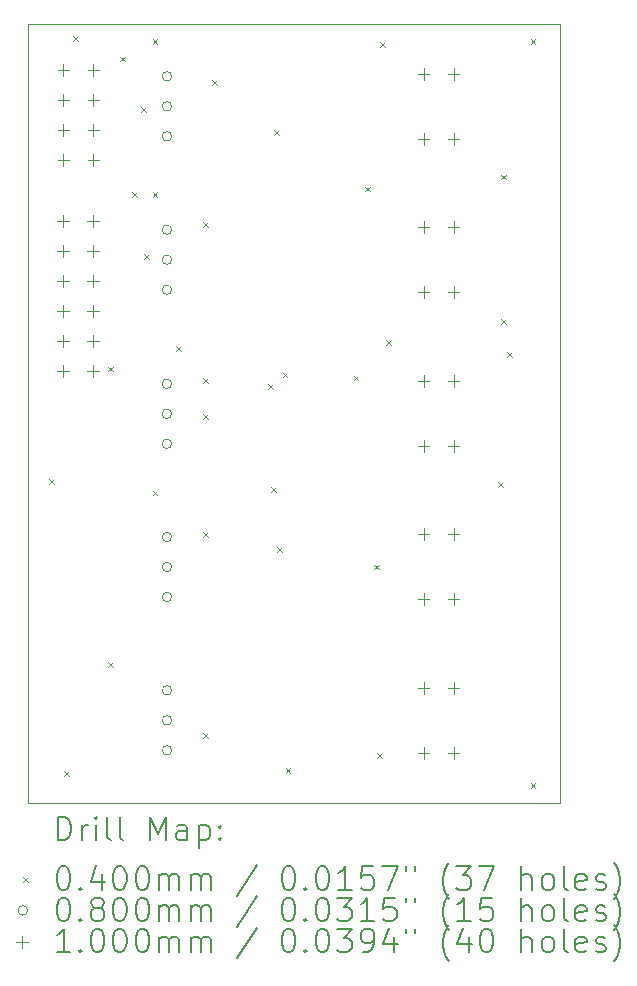
<source format=gbr>
%TF.GenerationSoftware,KiCad,Pcbnew,(6.0.8)*%
%TF.CreationDate,2023-09-02T11:51:02+03:00*%
%TF.ProjectId,line_sensor_encoder,6c696e65-5f73-4656-9e73-6f725f656e63,rev?*%
%TF.SameCoordinates,Original*%
%TF.FileFunction,Drillmap*%
%TF.FilePolarity,Positive*%
%FSLAX45Y45*%
G04 Gerber Fmt 4.5, Leading zero omitted, Abs format (unit mm)*
G04 Created by KiCad (PCBNEW (6.0.8)) date 2023-09-02 11:51:02*
%MOMM*%
%LPD*%
G01*
G04 APERTURE LIST*
%ADD10C,0.100000*%
%ADD11C,0.200000*%
%ADD12C,0.040000*%
%ADD13C,0.080000*%
G04 APERTURE END LIST*
D10*
X12600000Y-6325000D02*
X17100000Y-6325000D01*
X17100000Y-6325000D02*
X17100000Y-12925000D01*
X17100000Y-12925000D02*
X12600000Y-12925000D01*
X12600000Y-12925000D02*
X12600000Y-6325000D01*
D11*
D12*
X12780000Y-10180000D02*
X12820000Y-10220000D01*
X12820000Y-10180000D02*
X12780000Y-10220000D01*
X12905000Y-12655000D02*
X12945000Y-12695000D01*
X12945000Y-12655000D02*
X12905000Y-12695000D01*
X12980000Y-6430000D02*
X13020000Y-6470000D01*
X13020000Y-6430000D02*
X12980000Y-6470000D01*
X13280000Y-9230000D02*
X13320000Y-9270000D01*
X13320000Y-9230000D02*
X13280000Y-9270000D01*
X13280000Y-11730000D02*
X13320000Y-11770000D01*
X13320000Y-11730000D02*
X13280000Y-11770000D01*
X13380000Y-6605000D02*
X13420000Y-6645000D01*
X13420000Y-6605000D02*
X13380000Y-6645000D01*
X13480000Y-7755000D02*
X13520000Y-7795000D01*
X13520000Y-7755000D02*
X13480000Y-7795000D01*
X13555000Y-7030000D02*
X13595000Y-7070000D01*
X13595000Y-7030000D02*
X13555000Y-7070000D01*
X13580000Y-8280000D02*
X13620000Y-8320000D01*
X13620000Y-8280000D02*
X13580000Y-8320000D01*
X13655000Y-6455000D02*
X13695000Y-6495000D01*
X13695000Y-6455000D02*
X13655000Y-6495000D01*
X13655000Y-7755000D02*
X13695000Y-7795000D01*
X13695000Y-7755000D02*
X13655000Y-7795000D01*
X13655000Y-10280000D02*
X13695000Y-10320000D01*
X13695000Y-10280000D02*
X13655000Y-10320000D01*
X13855000Y-9055000D02*
X13895000Y-9095000D01*
X13895000Y-9055000D02*
X13855000Y-9095000D01*
X14080000Y-8005000D02*
X14120000Y-8045000D01*
X14120000Y-8005000D02*
X14080000Y-8045000D01*
X14080000Y-9330000D02*
X14120000Y-9370000D01*
X14120000Y-9330000D02*
X14080000Y-9370000D01*
X14080000Y-9630000D02*
X14120000Y-9670000D01*
X14120000Y-9630000D02*
X14080000Y-9670000D01*
X14080000Y-10630000D02*
X14120000Y-10670000D01*
X14120000Y-10630000D02*
X14080000Y-10670000D01*
X14080000Y-12330000D02*
X14120000Y-12370000D01*
X14120000Y-12330000D02*
X14080000Y-12370000D01*
X14155000Y-6805000D02*
X14195000Y-6845000D01*
X14195000Y-6805000D02*
X14155000Y-6845000D01*
X14630000Y-9380000D02*
X14670000Y-9420000D01*
X14670000Y-9380000D02*
X14630000Y-9420000D01*
X14655000Y-10252450D02*
X14695000Y-10292450D01*
X14695000Y-10252450D02*
X14655000Y-10292450D01*
X14680000Y-7230000D02*
X14720000Y-7270000D01*
X14720000Y-7230000D02*
X14680000Y-7270000D01*
X14705000Y-10755000D02*
X14745000Y-10795000D01*
X14745000Y-10755000D02*
X14705000Y-10795000D01*
X14755000Y-9280000D02*
X14795000Y-9320000D01*
X14795000Y-9280000D02*
X14755000Y-9320000D01*
X14780000Y-12630000D02*
X14820000Y-12670000D01*
X14820000Y-12630000D02*
X14780000Y-12670000D01*
X15355000Y-9305000D02*
X15395000Y-9345000D01*
X15395000Y-9305000D02*
X15355000Y-9345000D01*
X15455000Y-7705000D02*
X15495000Y-7745000D01*
X15495000Y-7705000D02*
X15455000Y-7745000D01*
X15530000Y-10905000D02*
X15570000Y-10945000D01*
X15570000Y-10905000D02*
X15530000Y-10945000D01*
X15555000Y-12505000D02*
X15595000Y-12545000D01*
X15595000Y-12505000D02*
X15555000Y-12545000D01*
X15580000Y-6480000D02*
X15620000Y-6520000D01*
X15620000Y-6480000D02*
X15580000Y-6520000D01*
X15630000Y-9005000D02*
X15670000Y-9045000D01*
X15670000Y-9005000D02*
X15630000Y-9045000D01*
X16580000Y-10205000D02*
X16620000Y-10245000D01*
X16620000Y-10205000D02*
X16580000Y-10245000D01*
X16605000Y-7605000D02*
X16645000Y-7645000D01*
X16645000Y-7605000D02*
X16605000Y-7645000D01*
X16605000Y-8830000D02*
X16645000Y-8870000D01*
X16645000Y-8830000D02*
X16605000Y-8870000D01*
X16655000Y-9105000D02*
X16695000Y-9145000D01*
X16695000Y-9105000D02*
X16655000Y-9145000D01*
X16855000Y-6455000D02*
X16895000Y-6495000D01*
X16895000Y-6455000D02*
X16855000Y-6495000D01*
X16855000Y-12755000D02*
X16895000Y-12795000D01*
X16895000Y-12755000D02*
X16855000Y-12795000D01*
D13*
X13815000Y-6771000D02*
G75*
G03*
X13815000Y-6771000I-40000J0D01*
G01*
X13815000Y-7025000D02*
G75*
G03*
X13815000Y-7025000I-40000J0D01*
G01*
X13815000Y-7279000D02*
G75*
G03*
X13815000Y-7279000I-40000J0D01*
G01*
X13815000Y-8071000D02*
G75*
G03*
X13815000Y-8071000I-40000J0D01*
G01*
X13815000Y-8325000D02*
G75*
G03*
X13815000Y-8325000I-40000J0D01*
G01*
X13815000Y-8579000D02*
G75*
G03*
X13815000Y-8579000I-40000J0D01*
G01*
X13815000Y-9375000D02*
G75*
G03*
X13815000Y-9375000I-40000J0D01*
G01*
X13815000Y-9629000D02*
G75*
G03*
X13815000Y-9629000I-40000J0D01*
G01*
X13815000Y-9883000D02*
G75*
G03*
X13815000Y-9883000I-40000J0D01*
G01*
X13815000Y-10671000D02*
G75*
G03*
X13815000Y-10671000I-40000J0D01*
G01*
X13815000Y-10925000D02*
G75*
G03*
X13815000Y-10925000I-40000J0D01*
G01*
X13815000Y-11179000D02*
G75*
G03*
X13815000Y-11179000I-40000J0D01*
G01*
X13815000Y-11971000D02*
G75*
G03*
X13815000Y-11971000I-40000J0D01*
G01*
X13815000Y-12225000D02*
G75*
G03*
X13815000Y-12225000I-40000J0D01*
G01*
X13815000Y-12479000D02*
G75*
G03*
X13815000Y-12479000I-40000J0D01*
G01*
D10*
X12896000Y-7950000D02*
X12896000Y-8050000D01*
X12846000Y-8000000D02*
X12946000Y-8000000D01*
X12896000Y-8204000D02*
X12896000Y-8304000D01*
X12846000Y-8254000D02*
X12946000Y-8254000D01*
X12896000Y-8458000D02*
X12896000Y-8558000D01*
X12846000Y-8508000D02*
X12946000Y-8508000D01*
X12896000Y-8712000D02*
X12896000Y-8812000D01*
X12846000Y-8762000D02*
X12946000Y-8762000D01*
X12896000Y-8966000D02*
X12896000Y-9066000D01*
X12846000Y-9016000D02*
X12946000Y-9016000D01*
X12896000Y-9220000D02*
X12896000Y-9320000D01*
X12846000Y-9270000D02*
X12946000Y-9270000D01*
X12898500Y-6670000D02*
X12898500Y-6770000D01*
X12848500Y-6720000D02*
X12948500Y-6720000D01*
X12898500Y-6924000D02*
X12898500Y-7024000D01*
X12848500Y-6974000D02*
X12948500Y-6974000D01*
X12898500Y-7178000D02*
X12898500Y-7278000D01*
X12848500Y-7228000D02*
X12948500Y-7228000D01*
X12898500Y-7432000D02*
X12898500Y-7532000D01*
X12848500Y-7482000D02*
X12948500Y-7482000D01*
X13150000Y-7950000D02*
X13150000Y-8050000D01*
X13100000Y-8000000D02*
X13200000Y-8000000D01*
X13150000Y-8204000D02*
X13150000Y-8304000D01*
X13100000Y-8254000D02*
X13200000Y-8254000D01*
X13150000Y-8458000D02*
X13150000Y-8558000D01*
X13100000Y-8508000D02*
X13200000Y-8508000D01*
X13150000Y-8712000D02*
X13150000Y-8812000D01*
X13100000Y-8762000D02*
X13200000Y-8762000D01*
X13150000Y-8966000D02*
X13150000Y-9066000D01*
X13100000Y-9016000D02*
X13200000Y-9016000D01*
X13150000Y-9220000D02*
X13150000Y-9320000D01*
X13100000Y-9270000D02*
X13200000Y-9270000D01*
X13152500Y-6670000D02*
X13152500Y-6770000D01*
X13102500Y-6720000D02*
X13202500Y-6720000D01*
X13152500Y-6924000D02*
X13152500Y-7024000D01*
X13102500Y-6974000D02*
X13202500Y-6974000D01*
X13152500Y-7178000D02*
X13152500Y-7278000D01*
X13102500Y-7228000D02*
X13202500Y-7228000D01*
X13152500Y-7432000D02*
X13152500Y-7532000D01*
X13102500Y-7482000D02*
X13202500Y-7482000D01*
X15948000Y-6700000D02*
X15948000Y-6800000D01*
X15898000Y-6750000D02*
X15998000Y-6750000D01*
X15948000Y-7250000D02*
X15948000Y-7350000D01*
X15898000Y-7300000D02*
X15998000Y-7300000D01*
X15948000Y-8000000D02*
X15948000Y-8100000D01*
X15898000Y-8050000D02*
X15998000Y-8050000D01*
X15948000Y-8550000D02*
X15948000Y-8650000D01*
X15898000Y-8600000D02*
X15998000Y-8600000D01*
X15948000Y-9300000D02*
X15948000Y-9400000D01*
X15898000Y-9350000D02*
X15998000Y-9350000D01*
X15948000Y-9850000D02*
X15948000Y-9950000D01*
X15898000Y-9900000D02*
X15998000Y-9900000D01*
X15948000Y-10600000D02*
X15948000Y-10700000D01*
X15898000Y-10650000D02*
X15998000Y-10650000D01*
X15948000Y-11150000D02*
X15948000Y-11250000D01*
X15898000Y-11200000D02*
X15998000Y-11200000D01*
X15948000Y-11900000D02*
X15948000Y-12000000D01*
X15898000Y-11950000D02*
X15998000Y-11950000D01*
X15948000Y-12450000D02*
X15948000Y-12550000D01*
X15898000Y-12500000D02*
X15998000Y-12500000D01*
X16202000Y-6700000D02*
X16202000Y-6800000D01*
X16152000Y-6750000D02*
X16252000Y-6750000D01*
X16202000Y-7250000D02*
X16202000Y-7350000D01*
X16152000Y-7300000D02*
X16252000Y-7300000D01*
X16202000Y-8000000D02*
X16202000Y-8100000D01*
X16152000Y-8050000D02*
X16252000Y-8050000D01*
X16202000Y-8550000D02*
X16202000Y-8650000D01*
X16152000Y-8600000D02*
X16252000Y-8600000D01*
X16202000Y-9300000D02*
X16202000Y-9400000D01*
X16152000Y-9350000D02*
X16252000Y-9350000D01*
X16202000Y-9850000D02*
X16202000Y-9950000D01*
X16152000Y-9900000D02*
X16252000Y-9900000D01*
X16202000Y-10600000D02*
X16202000Y-10700000D01*
X16152000Y-10650000D02*
X16252000Y-10650000D01*
X16202000Y-11150000D02*
X16202000Y-11250000D01*
X16152000Y-11200000D02*
X16252000Y-11200000D01*
X16202000Y-11900000D02*
X16202000Y-12000000D01*
X16152000Y-11950000D02*
X16252000Y-11950000D01*
X16202000Y-12450000D02*
X16202000Y-12550000D01*
X16152000Y-12500000D02*
X16252000Y-12500000D01*
D11*
X12852619Y-13240476D02*
X12852619Y-13040476D01*
X12900238Y-13040476D01*
X12928809Y-13050000D01*
X12947857Y-13069048D01*
X12957381Y-13088095D01*
X12966905Y-13126190D01*
X12966905Y-13154762D01*
X12957381Y-13192857D01*
X12947857Y-13211905D01*
X12928809Y-13230952D01*
X12900238Y-13240476D01*
X12852619Y-13240476D01*
X13052619Y-13240476D02*
X13052619Y-13107143D01*
X13052619Y-13145238D02*
X13062143Y-13126190D01*
X13071667Y-13116667D01*
X13090714Y-13107143D01*
X13109762Y-13107143D01*
X13176428Y-13240476D02*
X13176428Y-13107143D01*
X13176428Y-13040476D02*
X13166905Y-13050000D01*
X13176428Y-13059524D01*
X13185952Y-13050000D01*
X13176428Y-13040476D01*
X13176428Y-13059524D01*
X13300238Y-13240476D02*
X13281190Y-13230952D01*
X13271667Y-13211905D01*
X13271667Y-13040476D01*
X13405000Y-13240476D02*
X13385952Y-13230952D01*
X13376428Y-13211905D01*
X13376428Y-13040476D01*
X13633571Y-13240476D02*
X13633571Y-13040476D01*
X13700238Y-13183333D01*
X13766905Y-13040476D01*
X13766905Y-13240476D01*
X13947857Y-13240476D02*
X13947857Y-13135714D01*
X13938333Y-13116667D01*
X13919286Y-13107143D01*
X13881190Y-13107143D01*
X13862143Y-13116667D01*
X13947857Y-13230952D02*
X13928809Y-13240476D01*
X13881190Y-13240476D01*
X13862143Y-13230952D01*
X13852619Y-13211905D01*
X13852619Y-13192857D01*
X13862143Y-13173809D01*
X13881190Y-13164286D01*
X13928809Y-13164286D01*
X13947857Y-13154762D01*
X14043095Y-13107143D02*
X14043095Y-13307143D01*
X14043095Y-13116667D02*
X14062143Y-13107143D01*
X14100238Y-13107143D01*
X14119286Y-13116667D01*
X14128809Y-13126190D01*
X14138333Y-13145238D01*
X14138333Y-13202381D01*
X14128809Y-13221428D01*
X14119286Y-13230952D01*
X14100238Y-13240476D01*
X14062143Y-13240476D01*
X14043095Y-13230952D01*
X14224048Y-13221428D02*
X14233571Y-13230952D01*
X14224048Y-13240476D01*
X14214524Y-13230952D01*
X14224048Y-13221428D01*
X14224048Y-13240476D01*
X14224048Y-13116667D02*
X14233571Y-13126190D01*
X14224048Y-13135714D01*
X14214524Y-13126190D01*
X14224048Y-13116667D01*
X14224048Y-13135714D01*
D12*
X12555000Y-13550000D02*
X12595000Y-13590000D01*
X12595000Y-13550000D02*
X12555000Y-13590000D01*
D11*
X12890714Y-13460476D02*
X12909762Y-13460476D01*
X12928809Y-13470000D01*
X12938333Y-13479524D01*
X12947857Y-13498571D01*
X12957381Y-13536667D01*
X12957381Y-13584286D01*
X12947857Y-13622381D01*
X12938333Y-13641428D01*
X12928809Y-13650952D01*
X12909762Y-13660476D01*
X12890714Y-13660476D01*
X12871667Y-13650952D01*
X12862143Y-13641428D01*
X12852619Y-13622381D01*
X12843095Y-13584286D01*
X12843095Y-13536667D01*
X12852619Y-13498571D01*
X12862143Y-13479524D01*
X12871667Y-13470000D01*
X12890714Y-13460476D01*
X13043095Y-13641428D02*
X13052619Y-13650952D01*
X13043095Y-13660476D01*
X13033571Y-13650952D01*
X13043095Y-13641428D01*
X13043095Y-13660476D01*
X13224048Y-13527143D02*
X13224048Y-13660476D01*
X13176428Y-13450952D02*
X13128809Y-13593809D01*
X13252619Y-13593809D01*
X13366905Y-13460476D02*
X13385952Y-13460476D01*
X13405000Y-13470000D01*
X13414524Y-13479524D01*
X13424048Y-13498571D01*
X13433571Y-13536667D01*
X13433571Y-13584286D01*
X13424048Y-13622381D01*
X13414524Y-13641428D01*
X13405000Y-13650952D01*
X13385952Y-13660476D01*
X13366905Y-13660476D01*
X13347857Y-13650952D01*
X13338333Y-13641428D01*
X13328809Y-13622381D01*
X13319286Y-13584286D01*
X13319286Y-13536667D01*
X13328809Y-13498571D01*
X13338333Y-13479524D01*
X13347857Y-13470000D01*
X13366905Y-13460476D01*
X13557381Y-13460476D02*
X13576428Y-13460476D01*
X13595476Y-13470000D01*
X13605000Y-13479524D01*
X13614524Y-13498571D01*
X13624048Y-13536667D01*
X13624048Y-13584286D01*
X13614524Y-13622381D01*
X13605000Y-13641428D01*
X13595476Y-13650952D01*
X13576428Y-13660476D01*
X13557381Y-13660476D01*
X13538333Y-13650952D01*
X13528809Y-13641428D01*
X13519286Y-13622381D01*
X13509762Y-13584286D01*
X13509762Y-13536667D01*
X13519286Y-13498571D01*
X13528809Y-13479524D01*
X13538333Y-13470000D01*
X13557381Y-13460476D01*
X13709762Y-13660476D02*
X13709762Y-13527143D01*
X13709762Y-13546190D02*
X13719286Y-13536667D01*
X13738333Y-13527143D01*
X13766905Y-13527143D01*
X13785952Y-13536667D01*
X13795476Y-13555714D01*
X13795476Y-13660476D01*
X13795476Y-13555714D02*
X13805000Y-13536667D01*
X13824048Y-13527143D01*
X13852619Y-13527143D01*
X13871667Y-13536667D01*
X13881190Y-13555714D01*
X13881190Y-13660476D01*
X13976428Y-13660476D02*
X13976428Y-13527143D01*
X13976428Y-13546190D02*
X13985952Y-13536667D01*
X14005000Y-13527143D01*
X14033571Y-13527143D01*
X14052619Y-13536667D01*
X14062143Y-13555714D01*
X14062143Y-13660476D01*
X14062143Y-13555714D02*
X14071667Y-13536667D01*
X14090714Y-13527143D01*
X14119286Y-13527143D01*
X14138333Y-13536667D01*
X14147857Y-13555714D01*
X14147857Y-13660476D01*
X14538333Y-13450952D02*
X14366905Y-13708095D01*
X14795476Y-13460476D02*
X14814524Y-13460476D01*
X14833571Y-13470000D01*
X14843095Y-13479524D01*
X14852619Y-13498571D01*
X14862143Y-13536667D01*
X14862143Y-13584286D01*
X14852619Y-13622381D01*
X14843095Y-13641428D01*
X14833571Y-13650952D01*
X14814524Y-13660476D01*
X14795476Y-13660476D01*
X14776428Y-13650952D01*
X14766905Y-13641428D01*
X14757381Y-13622381D01*
X14747857Y-13584286D01*
X14747857Y-13536667D01*
X14757381Y-13498571D01*
X14766905Y-13479524D01*
X14776428Y-13470000D01*
X14795476Y-13460476D01*
X14947857Y-13641428D02*
X14957381Y-13650952D01*
X14947857Y-13660476D01*
X14938333Y-13650952D01*
X14947857Y-13641428D01*
X14947857Y-13660476D01*
X15081190Y-13460476D02*
X15100238Y-13460476D01*
X15119286Y-13470000D01*
X15128809Y-13479524D01*
X15138333Y-13498571D01*
X15147857Y-13536667D01*
X15147857Y-13584286D01*
X15138333Y-13622381D01*
X15128809Y-13641428D01*
X15119286Y-13650952D01*
X15100238Y-13660476D01*
X15081190Y-13660476D01*
X15062143Y-13650952D01*
X15052619Y-13641428D01*
X15043095Y-13622381D01*
X15033571Y-13584286D01*
X15033571Y-13536667D01*
X15043095Y-13498571D01*
X15052619Y-13479524D01*
X15062143Y-13470000D01*
X15081190Y-13460476D01*
X15338333Y-13660476D02*
X15224048Y-13660476D01*
X15281190Y-13660476D02*
X15281190Y-13460476D01*
X15262143Y-13489048D01*
X15243095Y-13508095D01*
X15224048Y-13517619D01*
X15519286Y-13460476D02*
X15424048Y-13460476D01*
X15414524Y-13555714D01*
X15424048Y-13546190D01*
X15443095Y-13536667D01*
X15490714Y-13536667D01*
X15509762Y-13546190D01*
X15519286Y-13555714D01*
X15528809Y-13574762D01*
X15528809Y-13622381D01*
X15519286Y-13641428D01*
X15509762Y-13650952D01*
X15490714Y-13660476D01*
X15443095Y-13660476D01*
X15424048Y-13650952D01*
X15414524Y-13641428D01*
X15595476Y-13460476D02*
X15728809Y-13460476D01*
X15643095Y-13660476D01*
X15795476Y-13460476D02*
X15795476Y-13498571D01*
X15871667Y-13460476D02*
X15871667Y-13498571D01*
X16166905Y-13736667D02*
X16157381Y-13727143D01*
X16138333Y-13698571D01*
X16128809Y-13679524D01*
X16119286Y-13650952D01*
X16109762Y-13603333D01*
X16109762Y-13565238D01*
X16119286Y-13517619D01*
X16128809Y-13489048D01*
X16138333Y-13470000D01*
X16157381Y-13441428D01*
X16166905Y-13431905D01*
X16224048Y-13460476D02*
X16347857Y-13460476D01*
X16281190Y-13536667D01*
X16309762Y-13536667D01*
X16328809Y-13546190D01*
X16338333Y-13555714D01*
X16347857Y-13574762D01*
X16347857Y-13622381D01*
X16338333Y-13641428D01*
X16328809Y-13650952D01*
X16309762Y-13660476D01*
X16252619Y-13660476D01*
X16233571Y-13650952D01*
X16224048Y-13641428D01*
X16414524Y-13460476D02*
X16547857Y-13460476D01*
X16462143Y-13660476D01*
X16776428Y-13660476D02*
X16776428Y-13460476D01*
X16862143Y-13660476D02*
X16862143Y-13555714D01*
X16852619Y-13536667D01*
X16833571Y-13527143D01*
X16805000Y-13527143D01*
X16785952Y-13536667D01*
X16776428Y-13546190D01*
X16985952Y-13660476D02*
X16966905Y-13650952D01*
X16957381Y-13641428D01*
X16947857Y-13622381D01*
X16947857Y-13565238D01*
X16957381Y-13546190D01*
X16966905Y-13536667D01*
X16985952Y-13527143D01*
X17014524Y-13527143D01*
X17033571Y-13536667D01*
X17043095Y-13546190D01*
X17052619Y-13565238D01*
X17052619Y-13622381D01*
X17043095Y-13641428D01*
X17033571Y-13650952D01*
X17014524Y-13660476D01*
X16985952Y-13660476D01*
X17166905Y-13660476D02*
X17147857Y-13650952D01*
X17138333Y-13631905D01*
X17138333Y-13460476D01*
X17319286Y-13650952D02*
X17300238Y-13660476D01*
X17262143Y-13660476D01*
X17243095Y-13650952D01*
X17233571Y-13631905D01*
X17233571Y-13555714D01*
X17243095Y-13536667D01*
X17262143Y-13527143D01*
X17300238Y-13527143D01*
X17319286Y-13536667D01*
X17328810Y-13555714D01*
X17328810Y-13574762D01*
X17233571Y-13593809D01*
X17405000Y-13650952D02*
X17424048Y-13660476D01*
X17462143Y-13660476D01*
X17481190Y-13650952D01*
X17490714Y-13631905D01*
X17490714Y-13622381D01*
X17481190Y-13603333D01*
X17462143Y-13593809D01*
X17433571Y-13593809D01*
X17414524Y-13584286D01*
X17405000Y-13565238D01*
X17405000Y-13555714D01*
X17414524Y-13536667D01*
X17433571Y-13527143D01*
X17462143Y-13527143D01*
X17481190Y-13536667D01*
X17557381Y-13736667D02*
X17566905Y-13727143D01*
X17585952Y-13698571D01*
X17595476Y-13679524D01*
X17605000Y-13650952D01*
X17614524Y-13603333D01*
X17614524Y-13565238D01*
X17605000Y-13517619D01*
X17595476Y-13489048D01*
X17585952Y-13470000D01*
X17566905Y-13441428D01*
X17557381Y-13431905D01*
D13*
X12595000Y-13834000D02*
G75*
G03*
X12595000Y-13834000I-40000J0D01*
G01*
D11*
X12890714Y-13724476D02*
X12909762Y-13724476D01*
X12928809Y-13734000D01*
X12938333Y-13743524D01*
X12947857Y-13762571D01*
X12957381Y-13800667D01*
X12957381Y-13848286D01*
X12947857Y-13886381D01*
X12938333Y-13905428D01*
X12928809Y-13914952D01*
X12909762Y-13924476D01*
X12890714Y-13924476D01*
X12871667Y-13914952D01*
X12862143Y-13905428D01*
X12852619Y-13886381D01*
X12843095Y-13848286D01*
X12843095Y-13800667D01*
X12852619Y-13762571D01*
X12862143Y-13743524D01*
X12871667Y-13734000D01*
X12890714Y-13724476D01*
X13043095Y-13905428D02*
X13052619Y-13914952D01*
X13043095Y-13924476D01*
X13033571Y-13914952D01*
X13043095Y-13905428D01*
X13043095Y-13924476D01*
X13166905Y-13810190D02*
X13147857Y-13800667D01*
X13138333Y-13791143D01*
X13128809Y-13772095D01*
X13128809Y-13762571D01*
X13138333Y-13743524D01*
X13147857Y-13734000D01*
X13166905Y-13724476D01*
X13205000Y-13724476D01*
X13224048Y-13734000D01*
X13233571Y-13743524D01*
X13243095Y-13762571D01*
X13243095Y-13772095D01*
X13233571Y-13791143D01*
X13224048Y-13800667D01*
X13205000Y-13810190D01*
X13166905Y-13810190D01*
X13147857Y-13819714D01*
X13138333Y-13829238D01*
X13128809Y-13848286D01*
X13128809Y-13886381D01*
X13138333Y-13905428D01*
X13147857Y-13914952D01*
X13166905Y-13924476D01*
X13205000Y-13924476D01*
X13224048Y-13914952D01*
X13233571Y-13905428D01*
X13243095Y-13886381D01*
X13243095Y-13848286D01*
X13233571Y-13829238D01*
X13224048Y-13819714D01*
X13205000Y-13810190D01*
X13366905Y-13724476D02*
X13385952Y-13724476D01*
X13405000Y-13734000D01*
X13414524Y-13743524D01*
X13424048Y-13762571D01*
X13433571Y-13800667D01*
X13433571Y-13848286D01*
X13424048Y-13886381D01*
X13414524Y-13905428D01*
X13405000Y-13914952D01*
X13385952Y-13924476D01*
X13366905Y-13924476D01*
X13347857Y-13914952D01*
X13338333Y-13905428D01*
X13328809Y-13886381D01*
X13319286Y-13848286D01*
X13319286Y-13800667D01*
X13328809Y-13762571D01*
X13338333Y-13743524D01*
X13347857Y-13734000D01*
X13366905Y-13724476D01*
X13557381Y-13724476D02*
X13576428Y-13724476D01*
X13595476Y-13734000D01*
X13605000Y-13743524D01*
X13614524Y-13762571D01*
X13624048Y-13800667D01*
X13624048Y-13848286D01*
X13614524Y-13886381D01*
X13605000Y-13905428D01*
X13595476Y-13914952D01*
X13576428Y-13924476D01*
X13557381Y-13924476D01*
X13538333Y-13914952D01*
X13528809Y-13905428D01*
X13519286Y-13886381D01*
X13509762Y-13848286D01*
X13509762Y-13800667D01*
X13519286Y-13762571D01*
X13528809Y-13743524D01*
X13538333Y-13734000D01*
X13557381Y-13724476D01*
X13709762Y-13924476D02*
X13709762Y-13791143D01*
X13709762Y-13810190D02*
X13719286Y-13800667D01*
X13738333Y-13791143D01*
X13766905Y-13791143D01*
X13785952Y-13800667D01*
X13795476Y-13819714D01*
X13795476Y-13924476D01*
X13795476Y-13819714D02*
X13805000Y-13800667D01*
X13824048Y-13791143D01*
X13852619Y-13791143D01*
X13871667Y-13800667D01*
X13881190Y-13819714D01*
X13881190Y-13924476D01*
X13976428Y-13924476D02*
X13976428Y-13791143D01*
X13976428Y-13810190D02*
X13985952Y-13800667D01*
X14005000Y-13791143D01*
X14033571Y-13791143D01*
X14052619Y-13800667D01*
X14062143Y-13819714D01*
X14062143Y-13924476D01*
X14062143Y-13819714D02*
X14071667Y-13800667D01*
X14090714Y-13791143D01*
X14119286Y-13791143D01*
X14138333Y-13800667D01*
X14147857Y-13819714D01*
X14147857Y-13924476D01*
X14538333Y-13714952D02*
X14366905Y-13972095D01*
X14795476Y-13724476D02*
X14814524Y-13724476D01*
X14833571Y-13734000D01*
X14843095Y-13743524D01*
X14852619Y-13762571D01*
X14862143Y-13800667D01*
X14862143Y-13848286D01*
X14852619Y-13886381D01*
X14843095Y-13905428D01*
X14833571Y-13914952D01*
X14814524Y-13924476D01*
X14795476Y-13924476D01*
X14776428Y-13914952D01*
X14766905Y-13905428D01*
X14757381Y-13886381D01*
X14747857Y-13848286D01*
X14747857Y-13800667D01*
X14757381Y-13762571D01*
X14766905Y-13743524D01*
X14776428Y-13734000D01*
X14795476Y-13724476D01*
X14947857Y-13905428D02*
X14957381Y-13914952D01*
X14947857Y-13924476D01*
X14938333Y-13914952D01*
X14947857Y-13905428D01*
X14947857Y-13924476D01*
X15081190Y-13724476D02*
X15100238Y-13724476D01*
X15119286Y-13734000D01*
X15128809Y-13743524D01*
X15138333Y-13762571D01*
X15147857Y-13800667D01*
X15147857Y-13848286D01*
X15138333Y-13886381D01*
X15128809Y-13905428D01*
X15119286Y-13914952D01*
X15100238Y-13924476D01*
X15081190Y-13924476D01*
X15062143Y-13914952D01*
X15052619Y-13905428D01*
X15043095Y-13886381D01*
X15033571Y-13848286D01*
X15033571Y-13800667D01*
X15043095Y-13762571D01*
X15052619Y-13743524D01*
X15062143Y-13734000D01*
X15081190Y-13724476D01*
X15214524Y-13724476D02*
X15338333Y-13724476D01*
X15271667Y-13800667D01*
X15300238Y-13800667D01*
X15319286Y-13810190D01*
X15328809Y-13819714D01*
X15338333Y-13838762D01*
X15338333Y-13886381D01*
X15328809Y-13905428D01*
X15319286Y-13914952D01*
X15300238Y-13924476D01*
X15243095Y-13924476D01*
X15224048Y-13914952D01*
X15214524Y-13905428D01*
X15528809Y-13924476D02*
X15414524Y-13924476D01*
X15471667Y-13924476D02*
X15471667Y-13724476D01*
X15452619Y-13753048D01*
X15433571Y-13772095D01*
X15414524Y-13781619D01*
X15709762Y-13724476D02*
X15614524Y-13724476D01*
X15605000Y-13819714D01*
X15614524Y-13810190D01*
X15633571Y-13800667D01*
X15681190Y-13800667D01*
X15700238Y-13810190D01*
X15709762Y-13819714D01*
X15719286Y-13838762D01*
X15719286Y-13886381D01*
X15709762Y-13905428D01*
X15700238Y-13914952D01*
X15681190Y-13924476D01*
X15633571Y-13924476D01*
X15614524Y-13914952D01*
X15605000Y-13905428D01*
X15795476Y-13724476D02*
X15795476Y-13762571D01*
X15871667Y-13724476D02*
X15871667Y-13762571D01*
X16166905Y-14000667D02*
X16157381Y-13991143D01*
X16138333Y-13962571D01*
X16128809Y-13943524D01*
X16119286Y-13914952D01*
X16109762Y-13867333D01*
X16109762Y-13829238D01*
X16119286Y-13781619D01*
X16128809Y-13753048D01*
X16138333Y-13734000D01*
X16157381Y-13705428D01*
X16166905Y-13695905D01*
X16347857Y-13924476D02*
X16233571Y-13924476D01*
X16290714Y-13924476D02*
X16290714Y-13724476D01*
X16271667Y-13753048D01*
X16252619Y-13772095D01*
X16233571Y-13781619D01*
X16528809Y-13724476D02*
X16433571Y-13724476D01*
X16424048Y-13819714D01*
X16433571Y-13810190D01*
X16452619Y-13800667D01*
X16500238Y-13800667D01*
X16519286Y-13810190D01*
X16528809Y-13819714D01*
X16538333Y-13838762D01*
X16538333Y-13886381D01*
X16528809Y-13905428D01*
X16519286Y-13914952D01*
X16500238Y-13924476D01*
X16452619Y-13924476D01*
X16433571Y-13914952D01*
X16424048Y-13905428D01*
X16776428Y-13924476D02*
X16776428Y-13724476D01*
X16862143Y-13924476D02*
X16862143Y-13819714D01*
X16852619Y-13800667D01*
X16833571Y-13791143D01*
X16805000Y-13791143D01*
X16785952Y-13800667D01*
X16776428Y-13810190D01*
X16985952Y-13924476D02*
X16966905Y-13914952D01*
X16957381Y-13905428D01*
X16947857Y-13886381D01*
X16947857Y-13829238D01*
X16957381Y-13810190D01*
X16966905Y-13800667D01*
X16985952Y-13791143D01*
X17014524Y-13791143D01*
X17033571Y-13800667D01*
X17043095Y-13810190D01*
X17052619Y-13829238D01*
X17052619Y-13886381D01*
X17043095Y-13905428D01*
X17033571Y-13914952D01*
X17014524Y-13924476D01*
X16985952Y-13924476D01*
X17166905Y-13924476D02*
X17147857Y-13914952D01*
X17138333Y-13895905D01*
X17138333Y-13724476D01*
X17319286Y-13914952D02*
X17300238Y-13924476D01*
X17262143Y-13924476D01*
X17243095Y-13914952D01*
X17233571Y-13895905D01*
X17233571Y-13819714D01*
X17243095Y-13800667D01*
X17262143Y-13791143D01*
X17300238Y-13791143D01*
X17319286Y-13800667D01*
X17328810Y-13819714D01*
X17328810Y-13838762D01*
X17233571Y-13857809D01*
X17405000Y-13914952D02*
X17424048Y-13924476D01*
X17462143Y-13924476D01*
X17481190Y-13914952D01*
X17490714Y-13895905D01*
X17490714Y-13886381D01*
X17481190Y-13867333D01*
X17462143Y-13857809D01*
X17433571Y-13857809D01*
X17414524Y-13848286D01*
X17405000Y-13829238D01*
X17405000Y-13819714D01*
X17414524Y-13800667D01*
X17433571Y-13791143D01*
X17462143Y-13791143D01*
X17481190Y-13800667D01*
X17557381Y-14000667D02*
X17566905Y-13991143D01*
X17585952Y-13962571D01*
X17595476Y-13943524D01*
X17605000Y-13914952D01*
X17614524Y-13867333D01*
X17614524Y-13829238D01*
X17605000Y-13781619D01*
X17595476Y-13753048D01*
X17585952Y-13734000D01*
X17566905Y-13705428D01*
X17557381Y-13695905D01*
D10*
X12545000Y-14048000D02*
X12545000Y-14148000D01*
X12495000Y-14098000D02*
X12595000Y-14098000D01*
D11*
X12957381Y-14188476D02*
X12843095Y-14188476D01*
X12900238Y-14188476D02*
X12900238Y-13988476D01*
X12881190Y-14017048D01*
X12862143Y-14036095D01*
X12843095Y-14045619D01*
X13043095Y-14169428D02*
X13052619Y-14178952D01*
X13043095Y-14188476D01*
X13033571Y-14178952D01*
X13043095Y-14169428D01*
X13043095Y-14188476D01*
X13176428Y-13988476D02*
X13195476Y-13988476D01*
X13214524Y-13998000D01*
X13224048Y-14007524D01*
X13233571Y-14026571D01*
X13243095Y-14064667D01*
X13243095Y-14112286D01*
X13233571Y-14150381D01*
X13224048Y-14169428D01*
X13214524Y-14178952D01*
X13195476Y-14188476D01*
X13176428Y-14188476D01*
X13157381Y-14178952D01*
X13147857Y-14169428D01*
X13138333Y-14150381D01*
X13128809Y-14112286D01*
X13128809Y-14064667D01*
X13138333Y-14026571D01*
X13147857Y-14007524D01*
X13157381Y-13998000D01*
X13176428Y-13988476D01*
X13366905Y-13988476D02*
X13385952Y-13988476D01*
X13405000Y-13998000D01*
X13414524Y-14007524D01*
X13424048Y-14026571D01*
X13433571Y-14064667D01*
X13433571Y-14112286D01*
X13424048Y-14150381D01*
X13414524Y-14169428D01*
X13405000Y-14178952D01*
X13385952Y-14188476D01*
X13366905Y-14188476D01*
X13347857Y-14178952D01*
X13338333Y-14169428D01*
X13328809Y-14150381D01*
X13319286Y-14112286D01*
X13319286Y-14064667D01*
X13328809Y-14026571D01*
X13338333Y-14007524D01*
X13347857Y-13998000D01*
X13366905Y-13988476D01*
X13557381Y-13988476D02*
X13576428Y-13988476D01*
X13595476Y-13998000D01*
X13605000Y-14007524D01*
X13614524Y-14026571D01*
X13624048Y-14064667D01*
X13624048Y-14112286D01*
X13614524Y-14150381D01*
X13605000Y-14169428D01*
X13595476Y-14178952D01*
X13576428Y-14188476D01*
X13557381Y-14188476D01*
X13538333Y-14178952D01*
X13528809Y-14169428D01*
X13519286Y-14150381D01*
X13509762Y-14112286D01*
X13509762Y-14064667D01*
X13519286Y-14026571D01*
X13528809Y-14007524D01*
X13538333Y-13998000D01*
X13557381Y-13988476D01*
X13709762Y-14188476D02*
X13709762Y-14055143D01*
X13709762Y-14074190D02*
X13719286Y-14064667D01*
X13738333Y-14055143D01*
X13766905Y-14055143D01*
X13785952Y-14064667D01*
X13795476Y-14083714D01*
X13795476Y-14188476D01*
X13795476Y-14083714D02*
X13805000Y-14064667D01*
X13824048Y-14055143D01*
X13852619Y-14055143D01*
X13871667Y-14064667D01*
X13881190Y-14083714D01*
X13881190Y-14188476D01*
X13976428Y-14188476D02*
X13976428Y-14055143D01*
X13976428Y-14074190D02*
X13985952Y-14064667D01*
X14005000Y-14055143D01*
X14033571Y-14055143D01*
X14052619Y-14064667D01*
X14062143Y-14083714D01*
X14062143Y-14188476D01*
X14062143Y-14083714D02*
X14071667Y-14064667D01*
X14090714Y-14055143D01*
X14119286Y-14055143D01*
X14138333Y-14064667D01*
X14147857Y-14083714D01*
X14147857Y-14188476D01*
X14538333Y-13978952D02*
X14366905Y-14236095D01*
X14795476Y-13988476D02*
X14814524Y-13988476D01*
X14833571Y-13998000D01*
X14843095Y-14007524D01*
X14852619Y-14026571D01*
X14862143Y-14064667D01*
X14862143Y-14112286D01*
X14852619Y-14150381D01*
X14843095Y-14169428D01*
X14833571Y-14178952D01*
X14814524Y-14188476D01*
X14795476Y-14188476D01*
X14776428Y-14178952D01*
X14766905Y-14169428D01*
X14757381Y-14150381D01*
X14747857Y-14112286D01*
X14747857Y-14064667D01*
X14757381Y-14026571D01*
X14766905Y-14007524D01*
X14776428Y-13998000D01*
X14795476Y-13988476D01*
X14947857Y-14169428D02*
X14957381Y-14178952D01*
X14947857Y-14188476D01*
X14938333Y-14178952D01*
X14947857Y-14169428D01*
X14947857Y-14188476D01*
X15081190Y-13988476D02*
X15100238Y-13988476D01*
X15119286Y-13998000D01*
X15128809Y-14007524D01*
X15138333Y-14026571D01*
X15147857Y-14064667D01*
X15147857Y-14112286D01*
X15138333Y-14150381D01*
X15128809Y-14169428D01*
X15119286Y-14178952D01*
X15100238Y-14188476D01*
X15081190Y-14188476D01*
X15062143Y-14178952D01*
X15052619Y-14169428D01*
X15043095Y-14150381D01*
X15033571Y-14112286D01*
X15033571Y-14064667D01*
X15043095Y-14026571D01*
X15052619Y-14007524D01*
X15062143Y-13998000D01*
X15081190Y-13988476D01*
X15214524Y-13988476D02*
X15338333Y-13988476D01*
X15271667Y-14064667D01*
X15300238Y-14064667D01*
X15319286Y-14074190D01*
X15328809Y-14083714D01*
X15338333Y-14102762D01*
X15338333Y-14150381D01*
X15328809Y-14169428D01*
X15319286Y-14178952D01*
X15300238Y-14188476D01*
X15243095Y-14188476D01*
X15224048Y-14178952D01*
X15214524Y-14169428D01*
X15433571Y-14188476D02*
X15471667Y-14188476D01*
X15490714Y-14178952D01*
X15500238Y-14169428D01*
X15519286Y-14140857D01*
X15528809Y-14102762D01*
X15528809Y-14026571D01*
X15519286Y-14007524D01*
X15509762Y-13998000D01*
X15490714Y-13988476D01*
X15452619Y-13988476D01*
X15433571Y-13998000D01*
X15424048Y-14007524D01*
X15414524Y-14026571D01*
X15414524Y-14074190D01*
X15424048Y-14093238D01*
X15433571Y-14102762D01*
X15452619Y-14112286D01*
X15490714Y-14112286D01*
X15509762Y-14102762D01*
X15519286Y-14093238D01*
X15528809Y-14074190D01*
X15700238Y-14055143D02*
X15700238Y-14188476D01*
X15652619Y-13978952D02*
X15605000Y-14121809D01*
X15728809Y-14121809D01*
X15795476Y-13988476D02*
X15795476Y-14026571D01*
X15871667Y-13988476D02*
X15871667Y-14026571D01*
X16166905Y-14264667D02*
X16157381Y-14255143D01*
X16138333Y-14226571D01*
X16128809Y-14207524D01*
X16119286Y-14178952D01*
X16109762Y-14131333D01*
X16109762Y-14093238D01*
X16119286Y-14045619D01*
X16128809Y-14017048D01*
X16138333Y-13998000D01*
X16157381Y-13969428D01*
X16166905Y-13959905D01*
X16328809Y-14055143D02*
X16328809Y-14188476D01*
X16281190Y-13978952D02*
X16233571Y-14121809D01*
X16357381Y-14121809D01*
X16471667Y-13988476D02*
X16490714Y-13988476D01*
X16509762Y-13998000D01*
X16519286Y-14007524D01*
X16528809Y-14026571D01*
X16538333Y-14064667D01*
X16538333Y-14112286D01*
X16528809Y-14150381D01*
X16519286Y-14169428D01*
X16509762Y-14178952D01*
X16490714Y-14188476D01*
X16471667Y-14188476D01*
X16452619Y-14178952D01*
X16443095Y-14169428D01*
X16433571Y-14150381D01*
X16424048Y-14112286D01*
X16424048Y-14064667D01*
X16433571Y-14026571D01*
X16443095Y-14007524D01*
X16452619Y-13998000D01*
X16471667Y-13988476D01*
X16776428Y-14188476D02*
X16776428Y-13988476D01*
X16862143Y-14188476D02*
X16862143Y-14083714D01*
X16852619Y-14064667D01*
X16833571Y-14055143D01*
X16805000Y-14055143D01*
X16785952Y-14064667D01*
X16776428Y-14074190D01*
X16985952Y-14188476D02*
X16966905Y-14178952D01*
X16957381Y-14169428D01*
X16947857Y-14150381D01*
X16947857Y-14093238D01*
X16957381Y-14074190D01*
X16966905Y-14064667D01*
X16985952Y-14055143D01*
X17014524Y-14055143D01*
X17033571Y-14064667D01*
X17043095Y-14074190D01*
X17052619Y-14093238D01*
X17052619Y-14150381D01*
X17043095Y-14169428D01*
X17033571Y-14178952D01*
X17014524Y-14188476D01*
X16985952Y-14188476D01*
X17166905Y-14188476D02*
X17147857Y-14178952D01*
X17138333Y-14159905D01*
X17138333Y-13988476D01*
X17319286Y-14178952D02*
X17300238Y-14188476D01*
X17262143Y-14188476D01*
X17243095Y-14178952D01*
X17233571Y-14159905D01*
X17233571Y-14083714D01*
X17243095Y-14064667D01*
X17262143Y-14055143D01*
X17300238Y-14055143D01*
X17319286Y-14064667D01*
X17328810Y-14083714D01*
X17328810Y-14102762D01*
X17233571Y-14121809D01*
X17405000Y-14178952D02*
X17424048Y-14188476D01*
X17462143Y-14188476D01*
X17481190Y-14178952D01*
X17490714Y-14159905D01*
X17490714Y-14150381D01*
X17481190Y-14131333D01*
X17462143Y-14121809D01*
X17433571Y-14121809D01*
X17414524Y-14112286D01*
X17405000Y-14093238D01*
X17405000Y-14083714D01*
X17414524Y-14064667D01*
X17433571Y-14055143D01*
X17462143Y-14055143D01*
X17481190Y-14064667D01*
X17557381Y-14264667D02*
X17566905Y-14255143D01*
X17585952Y-14226571D01*
X17595476Y-14207524D01*
X17605000Y-14178952D01*
X17614524Y-14131333D01*
X17614524Y-14093238D01*
X17605000Y-14045619D01*
X17595476Y-14017048D01*
X17585952Y-13998000D01*
X17566905Y-13969428D01*
X17557381Y-13959905D01*
M02*

</source>
